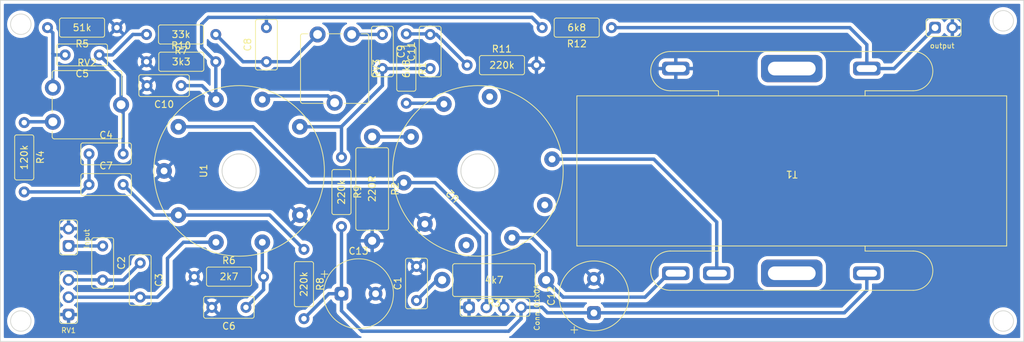
<source format=kicad_pcb>
(kicad_pcb (version 20211014) (generator pcbnew)
  (layers (0 "F.Cu" signal) (31 "B.Cu" signal) (34 "B.Paste" user) (35 "F.Paste" user) (36 "B.SilkS" user "B.Silkscreen") (37 "F.SilkS" user "F.Silkscreen") (38 "B.Mask" user) (39 "F.Mask" user) (44 "Edge.Cuts" user))
  (net 0 "")
  (net 1 "Net-(C2-Pad1)")
  (net 2 "Net-(C2-Pad2)")
  (net 3 "Net-(C3-Pad2)")
  (net 4 "Net-(C4-Pad1)")
  (net 5 "Net-(C4-Pad2)")
  (net 6 "Net-(C5-Pad2)")
  (net 7 "Net-(C6-Pad1)")
  (net 8 "Net-(C7-Pad2)")
  (net 9 "Net-(C8-Pad1)")
  (net 10 "Net-(C1-Pad1)")
  (net 11 "Net-(C10-Pad1)")
  (net 12 "Net-(C9-Pad1)")
  (net 13 "GND")
  (net 14 "Net-(C11-Pad1)")
  (net 15 "Net-(C11-Pad2)")
  (net 16 "Net-(R1-Pad2)")
  (net 17 "Net-(R2-Pad1)")
  (net 18 "Net-(R3-Pad1)")
  (net 19 "Net-(R4-Pad1)")
  (net 20 "240V")
  (net 21 "Left_output")
  (net 22 "Net-(T1-Pad2)")
  (net 23 "Net-(RV3-Pad2)")
  (net 24 "+6V")
  (footprint "spdf1626_lib:C_THT_K73-17_P5.00mm" (layer "F.Cu") (at 103 42.5)
    (fp_text reference "C4" (at 2.5 -2.75) (layer "F.SilkS"))
    (fp_text value "2200pF")
    (fp_line (start -0.9 -1.6) (end 5.9 -1.6) (layer "F.SilkS") (width 0.12))
    (fp_line (start 6.2 -1.3) (end 6.2 1.3) (layer "F.SilkS") (width 0.12))
    (fp_line (start -0.9 1.6) (end 5.9 1.6) (layer "F.SilkS") (width 0.12))
    (fp_line (start -1.2 -1.3) (end -1.2 1.3) (layer "F.SilkS") (width 0.12))
    (fp_arc (start 6.2 1.3) (mid 6.112132 1.512132) (end 5.9 1.6) (layer "F.SilkS") (width 0.12))
    (fp_arc (start -1.2 -1.3) (mid -1.112132 -1.512132) (end -0.9 -1.6) (layer "F.SilkS") (width 0.12))
    (fp_arc (start 5.9 -1.6) (mid 6.112132 -1.512132) (end 6.2 -1.3) (layer "F.SilkS") (width 0.12))
    (fp_arc (start -0.9 1.6) (mid -1.112132 1.512132) (end -1.2 1.3) (layer "F.SilkS") (width 0.12))
    (pad "1" thru_hole circle (at 0 0) (size 1.6 1.6) (drill 0.8) (layers *.Cu *.Mask) (net 4 "Net-(C4-Pad1)"))
    (pad "2" thru_hole circle (at 5 0) (size 1.6 1.6) (drill 0.8) (layers *.Cu *.Mask) (net 5 "Net-(C4-Pad2)"))
  )
  (footprint "spdf1626_lib:C_THT_K73-17_P5.00mm" (layer "F.Cu") (at 126 65 180)
    (fp_text reference "C6" (at 2.5 -2.75) (layer "F.SilkS"))
    (fp_text value "0,01uF")
    (fp_line (start 6.2 -1.3) (end 6.2 1.3) (layer "F.SilkS") (width 0.12))
    (fp_line (start -0.9 -1.6) (end 5.9 -1.6) (layer "F.SilkS") (width 0.12))
    (fp_line (start -0.9 1.6) (end 5.9 1.6) (layer "F.SilkS") (width 0.12))
    (fp_line (start -1.2 -1.3) (end -1.2 1.3) (layer "F.SilkS") (width 0.12))
    (fp_arc (start -1.2 -1.3) (mid -1.112132 -1.512132) (end -0.9 -1.6) (layer "F.SilkS") (width 0.12))
    (fp_arc (start -0.9 1.6) (mid -1.112132 1.512132) (end -1.2 1.3) (layer "F.SilkS") (width 0.12))
    (fp_arc (start 5.9 -1.6) (mid 6.112132 -1.512132) (end 6.2 -1.3) (layer "F.SilkS") (width 0.12))
    (fp_arc (start 6.2 1.3) (mid 6.112132 1.512132) (end 5.9 1.6) (layer "F.SilkS") (width 0.12))
    (pad "1" thru_hole circle (at 0 0 180) (size 1.6 1.6) (drill 0.8) (layers *.Cu *.Mask) (net 7 "Net-(C6-Pad1)"))
    (pad "2" thru_hole circle (at 5 0 180) (size 1.6 1.6) (drill 0.8) (layers *.Cu *.Mask) (net 13 "GND"))
  )
  (footprint "spdf1626_lib:R_THT_025W" (layer "F.Cu") (at 93.5 37.92 -90)
    (fp_text reference "R4" (at 5.08 -2.37 90) (layer "F.SilkS"))
    (fp_text value "120k" (at 5.1 0 90) (layer "F.SilkS"))
    (fp_line (start 1.8 -1.1) (end 1.8 1.1) (layer "F.SilkS") (width 0.12))
    (fp_line (start 2.1 1.4) (end 8.1 1.4) (layer "F.SilkS") (width 0.12))
    (fp_line (start 8.4 1.1) (end 8.4 -1.1) (layer "F.SilkS") (width 0.12))
    (fp_line (start 8.1 -1.4) (end 2.1 -1.4) (layer "F.SilkS") (width 0.12))
    (fp_arc (start 8.4 1.1) (mid 8.312132 1.312132) (end 8.1 1.4) (layer "F.SilkS") (width 0.12))
    (fp_arc (start 8.1 -1.4) (mid 8.312132 -1.312132) (end 8.4 -1.1) (layer "F.SilkS") (width 0.12))
    (fp_arc (start 2.1 1.4) (mid 1.887868 1.312132) (end 1.8 1.1) (layer "F.SilkS") (width 0.12))
    (fp_arc (start 1.8 -1.1) (mid 1.887868 -1.312132) (end 2.1 -1.4) (layer "F.SilkS") (width 0.12))
    (pad "1" thru_hole circle (at 0 0 270) (size 1.6 1.6) (drill 0.8) (layers *.Cu *.Mask) (net 19 "Net-(R4-Pad1)"))
    (pad "2" thru_hole oval (at 10.16 0 270) (size 1.6 1.6) (drill 0.8) (layers *.Cu *.Mask) (net 4 "Net-(C4-Pad1)"))
  )
  (footprint "spdf1626_lib:R_THT_025W" (layer "F.Cu") (at 158.42 29.5)
    (fp_text reference "R11" (at 5.08 -2.37) (layer "F.SilkS"))
    (fp_text value "220k" (at 5.1 0) (layer "F.SilkS"))
    (fp_line (start 2.1 1.4) (end 8.1 1.4) (layer "F.SilkS") (width 0.12))
    (fp_line (start 8.1 -1.4) (end 2.1 -1.4) (layer "F.SilkS") (width 0.12))
    (fp_line (start 1.8 -1.1) (end 1.8 1.1) (layer "F.SilkS") (width 0.12))
    (fp_line (start 8.4 1.1) (end 8.4 -1.1) (layer "F.SilkS") (width 0.12))
    (fp_arc (start 8.1 -1.4) (mid 8.312132 -1.312132) (end 8.4 -1.1) (layer "F.SilkS") (width 0.12))
    (fp_arc (start 1.8 -1.1) (mid 1.887868 -1.312132) (end 2.1 -1.4) (layer "F.SilkS") (width 0.12))
    (fp_arc (start 2.1 1.4) (mid 1.887868 1.312132) (end 1.8 1.1) (layer "F.SilkS") (width 0.12))
    (fp_arc (start 8.4 1.1) (mid 8.312132 1.312132) (end 8.1 1.4) (layer "F.SilkS") (width 0.12))
    (pad "1" thru_hole circle (at 0 0) (size 1.6 1.6) (drill 0.8) (layers *.Cu *.Mask) (net 15 "Net-(C11-Pad2)"))
    (pad "2" thru_hole oval (at 10.16 0) (size 1.6 1.6) (drill 0.8) (layers *.Cu *.Mask) (net 13 "GND"))
  )
  (footprint "spdf1626_lib:R_THT_025W" (layer "F.Cu") (at 121.58 25 180)
    (fp_text reference "R7" (at 5.08 -2.37) (layer "F.SilkS"))
    (fp_text value "33k" (at 5.1 0) (layer "F.SilkS"))
    (fp_line (start 1.8 -1.1) (end 1.8 1.1) (layer "F.SilkS") (width 0.12))
    (fp_line (start 8.1 -1.4) (end 2.1 -1.4) (layer "F.SilkS") (width 0.12))
    (fp_line (start 2.1 1.4) (end 8.1 1.4) (layer "F.SilkS") (width 0.12))
    (fp_line (start 8.4 1.1) (end 8.4 -1.1) (layer "F.SilkS") (width 0.12))
    (fp_arc (start 1.8 -1.1) (mid 1.887868 -1.312132) (end 2.1 -1.4) (layer "F.SilkS") (width 0.12))
    (fp_arc (start 2.1 1.4) (mid 1.887868 1.312132) (end 1.8 1.1) (layer "F.SilkS") (width 0.12))
    (fp_arc (start 8.1 -1.4) (mid 8.312132 -1.312132) (end 8.4 -1.1) (layer "F.SilkS") (width 0.12))
    (fp_arc (start 8.4 1.1) (mid 8.312132 1.312132) (end 8.1 1.4) (layer "F.SilkS") (width 0.12))
    (pad "1" thru_hole circle (at 0 0 180) (size 1.6 1.6) (drill 0.8) (layers *.Cu *.Mask) (net 9 "Net-(C8-Pad1)"))
    (pad "2" thru_hole oval (at 10.16 0 180) (size 1.6 1.6) (drill 0.8) (layers *.Cu *.Mask) (net 5 "Net-(C4-Pad2)"))
  )
  (footprint "spdf1626_lib:R_THT_025W" (layer "F.Cu") (at 111.42 29)
    (fp_text reference "R10" (at 5.08 -2.37) (layer "F.SilkS"))
    (fp_text value "3k3" (at 5.1 0) (layer "F.SilkS"))
    (fp_line (start 8.1 -1.4) (end 2.1 -1.4) (layer "F.SilkS") (width 0.12))
    (fp_line (start 2.1 1.4) (end 8.1 1.4) (layer "F.SilkS") (width 0.12))
    (fp_line (start 1.8 -1.1) (end 1.8 1.1) (layer "F.SilkS") (width 0.12))
    (fp_line (start 8.4 1.1) (end 8.4 -1.1) (layer "F.SilkS") (width 0.12))
    (fp_arc (start 2.1 1.4) (mid 1.887868 1.312132) (end 1.8 1.1) (layer "F.SilkS") (width 0.12))
    (fp_arc (start 8.4 1.1) (mid 8.312132 1.312132) (end 8.1 1.4) (layer "F.SilkS") (width 0.12))
    (fp_arc (start 8.1 -1.4) (mid 8.312132 -1.312132) (end 8.4 -1.1) (layer "F.SilkS") (width 0.12))
    (fp_arc (start 1.8 -1.1) (mid 1.887868 -1.312132) (end 2.1 -1.4) (layer "F.SilkS") (width 0.12))
    (pad "1" thru_hole circle (at 0 0) (size 1.6 1.6) (drill 0.8) (layers *.Cu *.Mask) (net 13 "GND"))
    (pad "2" thru_hole oval (at 10.16 0) (size 1.6 1.6) (drill 0.8) (layers *.Cu *.Mask) (net 11 "Net-(C10-Pad1)"))
  )
  (footprint "spdf1626_lib:9-pin_tube_socket" (layer "F.Cu") (at 160 45 135)
    (fp_text reference "U2" (at 0 -5.2 135 unlocked) (layer "F.SilkS"))
    (fp_text value "6P14P")
    (fp_circle (center 0 0) (end 12.5 0) (layer "F.SilkS") (width 0.12) (fill none))
    (fp_circle (center 0 0) (end 2.5 0) (layer "Edge.Cuts") (width 0.12) (fill none))
    (pad "1" thru_hole circle (at 6.47 8.9 135) (size 2.286 2.286) (drill 1) (layers *.Cu *.Mask))
    (pad "2" thru_hole circle (at 10.46 3.4 135) (size 2.286 2.286) (drill 1) (layers *.Cu *.Mask) (net 16 "Net-(R1-Pad2)"))
    (pad "3" thru_hole circle (at 10.46 -3.4 135) (size 2.286 2.286) (drill 1) (layers *.Cu *.Mask) (net 17 "Net-(R2-Pad1)"))
    (pad "4" thru_hole circle (at 6.47 -8.9 135) (size 2.286 2.286) (drill 1) (layers *.Cu *.Mask) (net 24 "+6V"))
    (pad "5" thru_hole circle (at 0 -11 135) (size 2.286 2.286) (drill 1) (layers *.Cu *.Mask) (net 13 "GND"))
    (pad "6" thru_hole circle (at -6.47 -8.9 135) (size 2.286 2.286) (drill 1) (layers *.Cu *.Mask))
    (pad "7" thru_hole circle (at -10.46 -3.4 135) (size 2.286 2.286) (drill 1) (layers *.Cu *.Mask) (net 18 "Net-(R3-Pad1)"))
    (pad "8" thru_hole circle (at -10.46 3.4 135) (size 2.286 2.286) (drill 1) (layers *.Cu *.Mask))
    (pad "9" thru_hole circle (at -6.47 8.9 135) (size 2.286 2.286) (drill 1) (layers *.Cu *.Mask) (net 22 "Net-(T1-Pad2)"))
  )
  (footprint "spdf1626_lib:R_THT_025W" (layer "F.Cu") (at 134.5 56.5 -90)
    (fp_text reference "R8" (at 5.08 -2.37 90) (layer "F.SilkS"))
    (fp_text value "220k" (at 5.1 0 90) (layer "F.SilkS"))
    (fp_line (start 1.8 -1.1) (end 1.8 1.1) (layer "F.SilkS") (width 0.12))
    (fp_line (start 8.4 1.1) (end 8.4 -1.1) (layer "F.SilkS") (width 0.12))
    (fp_line (start 2.1 1.4) (end 8.1 1.4) (layer "F.SilkS") (width 0.12))
    (fp_line (start 8.1 -1.4) (end 2.1 -1.4) (layer "F.SilkS") (width 0.12))
    (fp_arc (start 2.1 1.4) (mid 1.887868 1.312132) (end 1.8 1.1) (layer "F.SilkS") (width 0.12))
    (fp_arc (start 8.4 1.1) (mid 8.312132 1.312132) (end 8.1 1.4) (layer "F.SilkS") (width 0.12))
    (fp_arc (start 8.1 -1.4) (mid 8.312132 -1.312132) (end 8.4 -1.1) (layer "F.SilkS") (width 0.12))
    (fp_arc (start 1.8 -1.1) (mid 1.887868 -1.312132) (end 2.1 -1.4) (layer "F.SilkS") (width 0.12))
    (pad "1" thru_hole circle (at 0 0 270) (size 1.6 1.6) (drill 0.8) (layers *.Cu *.Mask) (net 8 "Net-(C7-Pad2)"))
    (pad "2" thru_hole oval (at 10.16 0 270) (size 1.6 1.6) (drill 0.8) (layers *.Cu *.Mask) (net 20 "240V"))
  )
  (footprint "spdf1626_lib:PinHeader_1x02_P2.54mm" (layer "F.Cu") (at 227 24 90)
    (fp_text reference "J4" hide)
    (fp_text value "output" (at -2.66 1.05) (layer "F.SilkS") (effects (font (size 0.75 0.75) (thickness 0.12))))
    (fp_line (start -1.3 3.5) (end -1.3 -1) (layer "F.SilkS") (width 0.12))
    (fp_line (start 1.3 -1) (end 1.3 3.5) (layer "F.SilkS") (width 0.12))
    (fp_line (start -1 -1.3) (end 1 -1.3) (layer "F.SilkS") (width 0.12))
    (fp_line (start 1 3.8) (end -1 3.8) (layer "F.SilkS") (width 0.12))
    (fp_arc (start -1.3 -1) (mid -1.212132 -1.212132) (end -1 -1.3) (layer "F.SilkS") (width 0.12))
    (fp_arc (start -1 3.8) (mid -1.212132 3.712132) (end -1.3 3.5) (layer "F.SilkS") (width 0.12))
    (fp_arc (start 1 -1.3) (mid 1.212132 -1.212132) (end 1.3 -1) (layer "F.SilkS") (width 0.12))
    (fp_arc (start 1.3 3.5) (mid 1.212132 3.712132) (end 1 3.8) (layer "F.SilkS") (width 0.12))
    (pad "1" thru_hole roundrect (at 0 0 90) (size 1.7 1.7) (drill 1) (layers *.Cu *.Mask) (net 21 "Left_output"))
    (pad "2" thru_hole oval (at 0 2.54 90) (size 1.7 1.7) (drill 1) (layers *.Cu *.Mask) (net 13 "GND"))
  )
  (footprint "spdf1626_lib:R_THT_025W" (layer "F.Cu") (at 140 43 -90)
    (fp_text reference "R9" (at 5.08 -2.37 -270) (layer "F.SilkS"))
    (fp_text value "220k" (at 5.1 0 -270) (layer "F.SilkS"))
    (fp_line (start 8.4 1.1) (end 8.4 -1.1) (layer "F.SilkS") (width 0.12))
    (fp_line (start 2.1 1.4) (end 8.1 1.4) (layer "F.SilkS") (width 0.12))
    (fp_line (start 1.8 -1.1) (end 1.8 1.1) (layer "F.SilkS") (width 0.12))
    (fp_line (start 8.1 -1.4) (end 2.1 -1.4) (layer "F.SilkS") (width 0.12))
    (fp_arc (start 1.8 -1.1) (mid 1.887868 -1.312132) (end 2.1 -1.4) (layer "F.SilkS") (width 0.12))
    (fp_arc (start 2.1 1.4) (mid 1.887868 1.312132) (end 1.8 1.1) (layer "F.SilkS") (width 0.12))
    (fp_arc (start 8.1 -1.4) (mid 8.312132 -1.312132) (end 8.4 -1.1) (layer "F.SilkS") (width 0.12))
    (fp_arc (start 8.4 1.1) (mid 8.312132 1.312132) (end 8.1 1.4) (layer "F.SilkS") (width 0.12))
    (pad "1" thru_hole circle (at 0 0 270) (size 1.6 1.6) (drill 0.8) (layers *.Cu *.Mask) (net 14 "Net-(C11-Pad1)"))
    (pad "2" thru_hole oval (at 10.16 0 270) (size 1.6 1.6) (drill 0.8) (layers *.Cu *.Mask) (net 20 "240V"))
  )
  (footprint "spdf1626_lib:C_THT_K73-17_P5.00mm" (layer "F.Cu") (at 146 25 -90)
    (fp_text reference "C9" (at 2.5 -2.75 -270) (layer "F.SilkS"))
    (fp_text value "5,6pF")
    (fp_line (start -0.9 1.6) (end 5.9 1.6) (layer "F.SilkS") (width 0.12))
    (fp_line (start 6.2 -1.3) (end 6.2 1.3) (layer "F.SilkS") (width 0.12))
    (fp_line (start -0.9 -1.6) (end 5.9 -1.6) (layer "F.SilkS") (width 0.12))
    (fp_line (start -1.2 -1.3) (end -1.2 1.3) (layer "F.SilkS") (width 0.12))
    (fp_arc (start 6.2 1.3) (mid 6.112132 1.512132) (end 5.9 1.6) (layer "F.SilkS") (width 0.12))
    (fp_arc (start -0.9 1.6) (mid -1.112132 1.512132) (end -1.2 1.3) (layer "F.SilkS") (width 0.12))
    (fp_arc (start 5.9 -1.6) (mid 6.112132 -1.512132) (end 6.2 -1.3) (layer "F.SilkS") (width 0.12))
    (fp_arc (start -1.2 -1.3) (mid -1.112132 -1.512132) (end -0.9 -1.6) (layer "F.SilkS") (width 0.12))
    (pad "1" thru_hole circle (at 0 0 270) (size 1.6 1.6) (drill 0.8) (layers *.Cu *.Mask) (net 12 "Net-(C9-Pad1)"))
    (pad "2" thru_hole circle (at 5 0 270) (size 1.6 1.6) (drill 0.8) (layers *.Cu *.Mask) (net 14 "Net-(C11-Pad1)"))
  )
  (footprint "spdf1626_lib:PinHeader_1x03_P2.54mm" (layer "F.Cu") (at 100 66.05 180)
    (fp_text reference "RV1" (at 0 -2.33) (layer "F.SilkS") (effects (font (size 0.75 0.75) (thickness 0.12))))
    (fp_text value "470k")
    (fp_line (start -1 -1.3) (end 1 -1.3) (layer "F.SilkS") (width 0.12))
    (fp_line (start 1 6.4) (end -1 6.4) (layer "F.SilkS") (width 0.12))
    (fp_line (start 1.3 -1) (end 1.3 6.1) (layer "F.SilkS") (width 0.12))
    (fp_line (start -1.3 6.1) (end -1.3 -1) (layer "F.SilkS") (width 0.12))
    (fp_arc (start -1.3 -1) (mid -1.212132 -1.212132) (end -1 -1.3) (layer "F.SilkS") (width 0.12))
    (fp_arc (start 1.3 6.1) (mid 1.212132 6.312132) (end 1 6.4) (layer "F.SilkS") (width 0.12))
    (fp_arc (start -1 6.4) (mid -1.212132 6.312132) (end -1.3 6.1) (layer "F.SilkS") (width 0.12))
    (fp_arc (start 1 -1.3) (mid 1.212132 -1.212132) (end 1.3 -1) (layer "F.SilkS") (width 0.12))
    (pad "1" thru_hole roundrect (at 0 0 180) (size 1.7 1.7) (drill 1) (layers *.Cu *.Mask) (net 13 "GND"))
    (pad "2" thru_hole oval (at 0 2.54 180) (size 1.7 1.7) (drill 1) (layers *.Cu *.Mask) (net 3 "Net-(C3-Pad2)"))
    (pad "3" thru_hole oval (at 0 5.08 180) (size 1.7 1.7) (drill 1) (layers *.Cu *.Mask) (net 2 "Net-(C2-Pad2)"))
  )
  (footprint "spdf1626_lib:C_THT_K73-17_P5.00mm" (layer "F.Cu") (at 105 56 -90)
    (fp_text reference "C2" (at 2.5 -2.75 90) (layer "F.SilkS"))
    (fp_text value "0,047uF")
    (fp_line (start -0.9 -1.6) (end 5.9 -1.6) (layer "F.SilkS") (width 0.12))
    (fp_line (start -1.2 -1.3) (end -1.2 1.3) (layer "F.SilkS") (width 0.12))
    (fp_line (start 6.2 -1.3) (end 6.2 1.3) (layer "F.SilkS") (width 0.12))
    (fp_line (start -0.9 1.6) (end 5.9 1.6) (layer "F.SilkS") (width 0.12))
    (fp_arc (start 6.2 1.3) (mid 6.112132 1.512132) (end 5.9 1.6) (layer "F.SilkS") (width 0.12))
    (fp_arc (start -0.9 1.6) (mid -1.112132 1.512132) (end -1.2 1.3) (layer "F.SilkS") (width 0.12))
    (fp_arc (start -1.2 -1.3) (mid -1.112132 -1.512132) (end -0.9 -1.6) (layer "F.SilkS") (width 0.12))
    (fp_arc (start 5.9 -1.6) (mid 6.112132 -1.512132) (end 6.2 -1.3) (layer "F.SilkS") (width 0.12))
    (pad "1" thru_hole circle (at 0 0 270) (size 1.6 1.6) (drill 0.8) (layers *.Cu *.Mask) (net 1 "Net-(C2-Pad1)"))
    (pad "2" thru_hole circle (at 5 0 270) (size 1.6 1.6) (drill 0.8) (layers *.Cu *.Mask) (net 2 "Net-(C2-Pad2)"))
  )
  (footprint "spdf1626_lib:PinHeader_1x02_P2.54mm" (layer "F.Cu") (at 100 56 180)
    (fp_text reference "J2" hide)
    (fp_text value "Input" (at -2.66 1.05 90) (layer "F.SilkS") (effects (font (size 0.75 0.75) (thickness 0.12))))
    (fp_line (start 1 3.8) (end -1 3.8) (layer "F.SilkS") (width 0.12))
    (fp_line (start -1 -1.3) (end 1 -1.3) (layer "F.SilkS") (width 0.12))
    (fp_line (start -1.3 3.5) (end -1.3 -1) (layer "F.SilkS") (width 0.12))
    (fp_line (start 1.3 -1) (end 1.3 3.5) (layer "F.SilkS") (width 0.12))
    (fp_arc (start 1 -1.3) (mid 1.212132 -1.212132) (end 1.3 -1) (layer "F.SilkS") (width 0.12))
    (fp_arc (start -1 3.8) (mid -1.212132 3.712132) (end -1.3 3.5) (layer "F.SilkS") (width 0.12))
    (fp_arc (start -1.3 -1) (mid -1.212132 -1.212132) (end -1 -1.3) (layer "F.SilkS") (width 0.12))
    (fp_arc (start 1.3 3.5) (mid 1.212132 3.712132) (end 1 3.8) (layer "F.SilkS") (width 0.12))
    (pad "1" thru_hole roundrect (at 0 0 180) (size 1.7 1.7) (drill 1) (layers *.Cu *.Mask) (net 1 "Net-(C2-Pad1)"))
    (pad "2" thru_hole oval (at 0 2.54 180) (size 1.7 1.7) (drill 1) (layers *.Cu *.Mask) (net 13 "GND"))
  )
  (footprint "spdf1626_lib:PinHeader_1x04_P2.54mm" (layer "F.Cu") (at 158.7 65 90)
    (fp_text reference "J3")
    (fp_text value "Conn_01x04" (at 0 9.95 90) (layer "F.SilkS") (effects (font (size 0.75 0.75) (thickness 0.12))))
    (fp_line (start 1 8.9) (end -1 8.9) (layer "F.SilkS") (width 0.12))
    (fp_line (start -1 -1.3) (end 1 -1.3) (layer "F.SilkS") (width 0.12))
    (fp_line (start 1.3 -1) (end 1.3 8.6) (layer "F.SilkS") (width 0.12))
    (fp_line (start -1.3 8.6) (end -1.3 -1) (layer "F.SilkS") (width 0.12))
    (fp_arc (start -1.3 -1) (mid -1.212132 -1.212132) (end -1 -1.3) (layer "F.SilkS") (width 0.12))
    (fp_arc (start 1 -1.3) (mid 1.212132 -1.212132) (end 1.3 -1) (layer "F.SilkS") (width 0.12))
    (fp_arc (start -1 8.9) (mid -1.212132 8.812132) (end -1.3 8.6) (layer "F.SilkS") (width 0.12))
    (fp_arc (start 1.3 8.6) (mid 1.212132 8.812132) (end 1 8.9) (layer "F.SilkS") (width 0.12))
    (pad "1" thru_hole roundrect (at 0 0 90) (size 1.7 1.7) (drill 1) (layers *.Cu *.Mask) (net 13 "GND"))
    (pad "2" thru_hole oval (at 0 2.54 90) (size 1.7 1.7) (drill 1) (layers *.Cu *.Mask) (net 24 "+6V"))
    (pad "3" thru_hole oval (at 0 5.08 90) (size 1.7 1.7) (drill 1) (layers *.Cu *.Mask) (net 13 "GND"))
    (pad "4" thru_hole oval (at 0 7.62 90) (size 1.7 1.7) (drill 1) (layers *.Cu *.Mask) (net 20 "240V"))
  )
  (footprint "spdf1626_lib:R_THT_025W" (layer "F.Cu") (at 149.5 24.92 -90)
    (fp_text reference "R1" (at 5.08 -2.37 90) (layer "F.SilkS"))
    (fp_text value "6k8" (at 5.1 0 90) (layer "F.SilkS"))
    (fp_line (start 8.1 -1.4) (end 2.1 -1.4) (layer "F.SilkS") (width 0.12))
    (fp_line (start 8.4 1.1) (end 8.4 -1.1) (layer "F.SilkS") (width 0.12))
    (fp_line (start 2.1 1.4) (end 8.1 1.4) (layer "F.SilkS") (width 0.12))
    (fp_line (start 1.8 -1.1) (end 1.8 1.1) (layer "F.SilkS") (width 0.12))
    (fp_arc (start 8.4 1.1) (mid 8.312132 1.312132) (end 8.1 1.4) (layer "F.SilkS") (width 0.12))
    (fp_arc (start 2.1 1.4) (mid 1.887868 1.312132) (end 1.8 1.1) (layer "F.SilkS") (width 0.12))
    (fp_arc (start 8.1 -1.4) (mid 8.312132 -1.312132) (end 8.4 -1.1) (layer "F.SilkS") (width 0.12))
    (fp_arc (start 1.8 -1.1) (mid 1.887868 -1.312132) (end 2.1 -1.4) (layer "F.SilkS") (width 0.12))
    (pad "1" thru_hole circle (at 0 0 270) (size 1.6 1.6) (drill 0.8) (layers *.Cu *.Mask) (net 15 "Net-(C11-Pad2)"))
    (pad "2" thru_hole oval (at 10.16 0 270) (size 1.6 1.6) (drill 0.8) (layers *.Cu *.Mask) (net 16 "Net-(R1-Pad2)"))
  )
  (footprint "spdf1626_lib:C_THT_K73-17_P5.00mm" (layer "F.Cu") (at 116.5 32.5 180)
    (fp_text reference "C10" (at 2.5 -2.75) (layer "F.SilkS"))
    (fp_text value "2200pF")
    (fp_line (start 6.2 -1.3) (end 6.2 1.3) (layer "F.SilkS") (width 0.12))
    (fp_line (start -1.2 -1.3) (end -1.2 1.3) (layer "F.SilkS") (width 0.12))
    (fp_line (start -0.9 -1.6) (end 5.9 -1.6) (layer "F.SilkS") (width 0.12))
    (fp_line (start -0.9 1.6) (end 5.9 1.6) (layer "F.SilkS") (width 0.12))
    (fp_arc (start 5.9 -1.6) (mid 6.112132 -1.512132) (end 6.2 -1.3) (layer "F.SilkS") (width 0.12))
    (fp_arc (start -0.9 1.6) (mid -1.112132 1.512132) (end -1.2 1.3) (layer "F.SilkS") (width 0.12))
    (fp_arc (start -1.2 -1.3) (mid -1.112132 -1.512132) (end -0.9 -1.6) (layer "F.SilkS") (width 0.12))
    (fp_arc (start 6.2 1.3) (mid 6.112132 1.512132) (end 5.9 1.6) (layer "F.SilkS") (width 0.12))
    (pad "1" thru_hole circle (at 0 0 180) (size 1.6 1.6) (drill 0.8) (layers *.Cu *.Mask) (net 11 "Net-(C10-Pad1)"))
    (pad "2" thru_hole circle (at 5 0 180) (size 1.6 1.6) (drill 0.8) (layers *.Cu *.Mask) (net 13 "GND"))
  )
  (footprint "spdf1626_lib:C_THT_K73-17_P5.00mm" (layer "F.Cu") (at 129 29 90)
    (fp_text reference "C8" (at 2.5 -2.75 90) (layer "F.SilkS"))
    (fp_text value "2200pF")
    (fp_line (start -0.9 -1.6) (end 5.9 -1.6) (layer "F.SilkS") (width 0.12))
    (fp_line (start -0.9 1.6) (end 5.9 1.6) (layer "F.SilkS") (width 0.12))
    (fp_line (start 6.2 -1.3) (end 6.2 1.3) (layer "F.SilkS") (width 0.12))
    (fp_line (start -1.2 -1.3) (end -1.2 1.3) (layer "F.SilkS") (width 0.12))
    (fp_arc (start 5.9 -1.6) (mid 6.112132 -1.512132) (end 6.2 -1.3) (layer "F.SilkS") (width 0.12))
    (fp_arc (start 6.2 1.3) (mid 6.112132 1.512132) (end 5.9 1.6) (layer "F.SilkS") (width 0.12))
    (fp_arc (start -0.9 1.6) (mid -1.112132 1.512132) (end -1.2 1.3) (layer "F.SilkS") (width 0.12))
    (fp_arc (start -1.2 -1.3) (mid -1.112132 -1.512132) (end -0.9 -1.6) (layer "F.SilkS") (width 0.12))
    (pad "1" thru_hole circle (at 0 0 90) (size 1.6 1.6) (drill 0.8) (layers *.Cu *.Mask) (net 9 "Net-(C8-Pad1)"))
    (pad "2" thru_hole circle (at 5 0 90) (size 1.6 1.6) (drill 0.8) (layers *.Cu *.Mask) (net 11 "Net-(C10-Pad1)"))
  )
  (footprint "spdf1626_lib:R_THT_025W" (layer "F.Cu") (at 118.420001 60.5)
    (fp_text reference "R6" (at 5.08 -2.37) (layer "F.SilkS"))
    (fp_text value "2k7" (at 5.1 0) (layer "F.SilkS"))
    (fp_line (start 8.1 -1.4) (end 2.1 -1.4) (layer "F.SilkS") (width 0.12))
    (fp_line (start 8.4 1.1) (end 8.4 -1.1) (layer "F.SilkS") (width 0.12))
    (fp_line (start 1.8 -1.1) (end 1.8 1.1) (layer "F.SilkS") (width 0.12))
    (fp_line (start 2.1 1.4) (end 8.1 1.4) (layer "F.SilkS") (width 0.12))
    (fp_arc (start 8.4 1.1) (mid 8.312132 1.312132) (end 8.1 1.4) (layer "F.SilkS") (width 0.12))
    (fp_arc (start 8.1 -1.4) (mid 8.312132 -1.312132) (end 8.4 -1.1) (layer "F.SilkS") (width 0.12))
    (fp_arc (start 2.1 1.4) (mid 1.887868 1.312132) (end 1.8 1.1) (layer "F.SilkS") (width 0.12))
    (fp_arc (start 1.8 -1.1) (mid 1.887868 -1.312132) (end 2.1 -1.4) (layer "F.SilkS") (width 0.12))
    (pad "1" thru_hole circle (at 0 0) (size 1.6 1.6) (drill 0.8) (layers *.Cu *.Mask) (net 13 "GND"))
    (pad "2" thru_hole oval (at 10.16 0) (size 1.6 1.6) (drill 0.8) (layers *.Cu *.Mask) (net 7 "Net-(C6-Pad1)"))
  )
  (footprint "spdf1626_lib:C_THT_K73-17_P5.00mm" (layer "F.Cu") (at 153 30 90)
    (fp_text reference "C11" (at 2.5 -2.75 90) (layer "F.SilkS"))
    (fp_text value "3300pF")
    (fp_line (start -0.9 1.6) (end 5.9 1.6) (layer "F.SilkS") (width 0.12))
    (fp_line (start 6.2 -1.3) (end 6.2 1.3) (layer "F.SilkS") (width 0.12))
    (fp_line (start -0.9 -1.6) (end 5.9 -1.6) (layer "F.SilkS") (width 0.12))
    (fp_line (start -1.2 -1.3) (end -1.2 1.3) (layer "F.SilkS") (width 0.12))
    (fp_arc (start 5.9 -1.6) (mid 6.112132 -1.512132) (end 6.2 -1.3) (layer "F.SilkS") (width 0.12))
    (fp_arc (start -1.2 -1.3) (mid -1.112132 -1.512132) (end -0.9 -1.6) (layer "F.SilkS") (width 0.12))
    (fp_arc (start 6.2 1.3) (mid 6.112132 1.512132) (end 5.9 1.6) (layer "F.SilkS") (width 0.12))
    (fp_arc (start -0.9 1.6) (mid -1.112132 1.512132) (end -1.2 1.3) (layer "F.SilkS") (width 0.12))
    (pad "1" thru_hole circle (at 0 0 90) (size 1.6 1.6) (drill 0.8) (layers *.Cu *.Mask) (net 14 "Net-(C11-Pad1)"))
    (pad "2" thru_hole circle (at 5 0 90) (size 1.6 1.6) (drill 0.8) (layers *.Cu *.Mask) (net 15 "Net-(C11-Pad2)"))
  )
  (footprint "spdf1626_lib:R_THT_1W" (layer "F.Cu") (at 170 61 180)
    (fp_text reference "R3" (at 7.62 -3.37) (layer "F.SilkS"))
    (fp_text value "4k7" (at 7.62 0) (layer "F.SilkS"))
    (fp_line (start 13.4 -2.4) (end 1.9 -2.4) (layer "F.SilkS") (width 0.12))
    (fp_line (start 1.6 -2.1) (end 1.6 2.1) (layer "F.SilkS") (width 0.12))
    (fp_line (start 13.7 2.1) (end 13.7 -2.1) (layer "F.SilkS") (width 0.12))
    (fp_line (start 1.9 2.4) (end 13.4 2.4) (layer "F.SilkS") (width 0.12))
    (fp_arc (start 1.9 2.4) (mid 1.687868 2.312132) (end 1.6 2.1) (layer "F.SilkS") (width 0.12))
    (fp_arc (start 1.6 -2.1) (mid 1.687868 -2.312132) (end 1.9 -2.4) (layer "F.SilkS") (width 0.12))
    (fp_arc (start 13.4 -2.4) (mid 13.612132 -2.312132) (end 13.7 -2.1) (layer "F.SilkS") (width 0.12))
    (fp_arc (start 13.7 2.1) (mid 13.612132 2.312132) (end 13.4 2.4) (layer "F.SilkS") (width 0.12))
    (pad "1" thru_hole circle (at 0 0 180) (size 2.4 2.4) (drill 1.2) (layers *.Cu *.Mask) (net 18 "Net-(R3-Pad1)"))
    (pad "2" thru_hole oval (at 15.24 0 180) (size 2.4 2.4) (drill 1.2) (layers *.Cu *.Mask) (net 10 "Net-(C1-Pad1)"))
  )
  (footprint "spdf1626_lib:Potentiometer_THT_CA9V" (layer "F.Cu") (at 136.5 25 -90)
    (fp_text reference "RV3" (at 5 -8.65 90) (layer "F.SilkS"))
    (fp_text value "1M")
    (fp_line (start 0.2 2.5) (end 9.8 2.5) (layer "F.SilkS") (width 0.12))
    (fp_line (start -0.1 -3.574) (end -0.1 -1.425) (layer "F.SilkS") (width 0.12))
    (fp_line (start -0.1 1.4) (end -0.1 2.2) (layer "F.SilkS") (width 0.12))
    (fp_line (start 10.1 -7.2) (end 10.1 -3.9) (layer "F.SilkS") (width 0.12))
    (fp_line (start 10.1 -1.1) (end 10.1 2.2) (layer "F.SilkS") (width 0.12))
    (fp_line (start -0.1 -7.2) (end -0.1 -6.4) (layer "F.SilkS") (width 0.12))
    (fp_line (start 0.2 -7.5) (end 9.8 -7.5) (layer "F.SilkS") (width 0.12))
    (fp_arc (start -0.1 -7.2) (mid -0.012132 -7.412132) (end 0.2 -7.5) (layer "F.SilkS") (width 0.12))
    (fp_arc (start 10.1 2.2) (mid 10.012132 2.412132) (end 9.8 2.5) (layer "F.SilkS") (width 0.12))
    (fp_arc (start 0.2 2.5) (mid -0.012132 2.412132) (end -0.1 2.2) (layer "F.SilkS") (width 0.12))
    (fp_arc (start 9.8 -7.5) (mid 10.012132 -7.412132) (end 10.1 -7.2) (layer "F.SilkS") (width 0.12))
    (pad "1" thru_hole circle (at 0 0 270) (size 2.34 2.34) (drill 1.3) (layers *.Cu *.Mask) (net 9 "Net-(C8-Pad1)"))
    (pad "2" thru_hole circle (at 10 -2.5 270) (size 2.34 2.34) (drill 1.3) (layers *.Cu *.Mask) (net 23 "Net-(RV3-Pad2)"))
    (pad "3" thru_hole circle (at 0 -5 270) (size 2.34 2.34) (drill 1.3) (layers *.Cu *.Mask) (net 12 "Net-(C9-Pad1)"))
  )
  (footprint "spdf1626_lib:9-pin_tube_socket" (layer "F.Cu") (at 125 45 90)
    (fp_text reference "U1" (at 0 -5.2 90 unlocked) (layer "F.SilkS"))
    (fp_text value "6N2P")
    (fp_circle (center 0 0) (end 12.5 0) (layer "F.SilkS") (width 0.12) (fill none))
    (fp_circle (center 0 0) (end 2.5 0) (layer "Edge.Cuts") (width 0.12) (fill none))
    (pad "1" thru_hole circle (at 6.47 8.9 90) (size 2.286 2.286) (drill 1) (layers *.Cu *.Mask) (net 14 "Net-(C11-Pad1)"))
    (pad "2" thru_hole circle (at 10.46 3.4 90) (size 2.286 2.286) (drill 1) (layers *.Cu *.Mask) (net 23 "Net-(RV3-Pad2)"))
    (pad "3" thru_hole circle (at 10.46 -3.4 90) (size 2.286 2.286) (drill 1) (layers *.Cu *.Mask) (net 11 "Net-(C10-Pad1)"))
    (pad "4" thru_hole circle (at 6.47 -8.9 90) (size 2.286 2.286) (drill 1) (layers *.Cu *.Mask) (net 24 "+6V"))
    (pad "5" thru_hole circle (at 0 -11 90) (size 2.286 2.286) (drill 1) (layers *.Cu *.Mask) (net 13 "GND"))
    (pad "6" thru_hole circle (at -6.47 -8.9 90) (size 2.286 2.286) (drill 1) (layers *.Cu *.Mask) (net 8 "Net-(C7-Pad2)"))
    (pad "7" thru_hole circle (at -10.46 -3.4 90) (size 2.286 2.286) (drill 1) (layers *.Cu *.Mask) (net 3 "Net-(C3-Pad2)"))
    (pad "8" thru_hole circle (at -10.46 3.4 90) (size 2.286 2.286) (drill 1) (layers *.Cu *.Mask) (net 7 "Net-(C6-Pad1)"))
    (pad "9" thru_hole circle (at -6.47 8.9 90) (size 2.286 2.286) (drill 1) (layers *.Cu *.Mask) (net 13 "GND"))
  )
  (footprint "spdf1626_lib:C_THT_K73-17_P5.00mm" (layer "F.Cu") (at 110.5 58.5 -90)
    (fp_text reference "C3" (at 2.5 -2.75 90) (layer "F.SilkS"))
    (fp_text value "27pF")
    (fp_line (start -0.9 -1.6) (end 5.9 -1.6) (layer "F.SilkS") (width 0.12))
    (fp_line (start 6.2 -1.3) (end 6.2 1.3) (layer "F.SilkS") (width 0.12))
    (fp_line (start -0.9 1.6) (end 5.9 1.6) (layer "F.SilkS") (width 0.12))
    (fp_line (start -1.2 -1.3) (end -1.2 1.3) (layer "F.SilkS") (width 0.12))
    (fp_arc (start 5.9 -1.6) (mid 6.112132 -1.512132) (end 6.2 -1.3) (layer "F.SilkS") (width 0.12))
    (fp_arc (start 6.2 1.3) (mid 6.112132 1.512132) (end 5.9 1.6) (layer "F.SilkS") (width 0.12))
    (fp_arc (start -1.2 -1.3) (mid -1.112132 -1.512132) (end -0.9 -1.6) (layer "F.SilkS") (width 0.12))
    (fp_arc (start -0.9 1.6) (mid -1.112132 1.512132) (end -1.2 1.3) (layer "F.SilkS") (width 0.12))
    (pad "1" thru_hole circle (at 0 0 270) (size 1.6 1.6) (drill 0.8) (layers *.Cu *.Mask) (net 2 "Net-(C2-Pad2)"))
    (pad "2" thru_hole circle (at 5 0 270) (size 1.6 1.6) (drill 0.8) (layers *.Cu *.Mask) (net 3 "Net-(C3-Pad2)"))
  )
  (footprint "spdf1626_lib:C_THT_D10.0mm_P5.00mm" (layer "F.Cu") (at 177 65.820177 90)
    (fp_text reference "C12" (at 2.5 -6.25 90) (layer "F.SilkS"))
    (fp_text value "10uF")
    (fp_line (start -2.979646 -2.875) (end -1.979646 -2.875) (layer "F.SilkS") (width 0.12))
    (fp_line (start -2.479646 -3.375) (end -2.479646 -2.375) (layer "F.SilkS") (width 0.12))
    (fp_circle (center 2.5 0) (end 7.62 0) (layer "F.SilkS") (width 0.12) (fill none))
    (pad "1" thru_hole roundrect (at 0 0 90) (size 2 2) (drill 1) (layers *.Cu *.Mask) (net 20 "240V"))
    (pad "2" thru_hole circle (at 5 0 90) (size 2 2) (drill 1) (layers *.Cu *.Mask) (net 13 "GND"))
  )
  (footprint "spdf1626_lib:R_THT_025W" (layer "F.Cu") (at 179.58 24 180)
    (fp_text reference "R12" (at 5.08 -2.37) (layer "F.SilkS"))
    (fp_text value "6k8" (at 5.1 0) (layer "F.SilkS"))
    (fp_line (start 2.1 1.4) (end 8.1 1.4) (layer "F.SilkS") (width 0.12))
    (fp_line (start 8.1 -1.4) (end 2.1 -1.4) (layer "F.SilkS") (width 0.12))
    (fp_line (start 1.8 -1.1) (end 1.8 1.1) (layer "F.SilkS") (width 0.12))
    (fp_line (start 8.4 1.1) (end 8.4 -1.1) (layer "F.SilkS") (width 0.12))
    (fp_arc (start 8.4 1.1) (mid 8.312132 1.312132) (end 8.1 1.4) (layer "F.SilkS") (width 0.12))
    (fp_arc (start 2.1 1.4) (mid 1.887868 1.312132) (end 1.8 1.1) (layer "F.SilkS") (width 0.12))
    (fp_arc (start 1.8 -1.1) (mid 1.887868 -1.312132) (end 2.1 -1.4) (layer "F.SilkS") (width 0.12))
    (fp_arc (start 8.1 -1.4) (mid 8.312132 -1.312132) (end 8.4 -1.1) (layer "F.SilkS") (width 0.12))
    (pad "1" thru_hole circle (at 0 0 180) (size 1.6 1.6) (drill 0.8) (layers *.Cu *.Mask) (net 21 "Left_output"))
    (pad "2" thru_hole oval (at 10.16 0 180) (size 1.6 1.6) (drill 0.8) (layers *.Cu *.Mask) (net 11 "Net-(C10-Pad1)"))
  )
  (footprint "spdf1626_lib:C_THT_K73-17_P5.00mm" (layer "F.Cu") (at 103 47)
    (fp_text reference "C7" (at 2.5 -2.75) (layer "F.SilkS"))
    (fp_text value "0,033uF")
    (fp_line (start -1.2 -1.3) (end -1.2 1.3) (layer "F.SilkS") (width 0.12))
    (fp_line (start -0.9 -1.6) (end 5.9 -1.6) (layer "F.SilkS") (width 0.12))
    (fp_line (start 6.2 -1.3) (end 6.2 1.3) (layer "F.SilkS") (width 0.12))
    (fp_line (start -0.9 1.6) (end 5.9 1.6) (layer "F.SilkS") (width 0.12))
    (fp_arc (start -1.2 -1.3) (mid -1.112132 -1.512132) (end -0.9 -1.6) (layer "F.SilkS") (width 0.12))
    (fp_arc (start -0.9 1.6) (mid -1.112132 1.512132) (end -1.2 1.3) (layer "F.SilkS") (width 0.12))
    (fp_arc (start 6.2 1.3) (mid 6.112132 1.512132) (end 5.9 1.6) (layer "F.SilkS") (width 0.12))
    (fp_arc (start 5.9 -1.6) (mid 6.112132 -1.512132) (end 6.2 -1.3) (layer "F.SilkS") (width 0.12))
    (pad "1" thru_hole circle (at 0 0) (size 1.6 1.6) (drill 0.8) (layers *.Cu *.Mask) (net 4 "Net-(C4-Pad1)"))
    (pad "2" thru_hole circle (at 5 0) (size 1.6 1.6) (drill 0.8) (layers *.Cu *.Mask) (net 8 "Net-(C7-Pad2)"))
  )
  (footprint "spdf1626_lib:C_THT_D10.0mm_P5.00mm" (layer "F.Cu") (at 140 63)
    (fp_text reference "C13" (at 2.5 -6.25) (layer "F.SilkS"))
    (fp_text value "10uF")
    (fp_line (start -2.479646 -3.375) (end -2.479646 -2.375) (layer "F.SilkS") (width 0.12))
    (fp_line (start -2.979646 -2.875) (end -1.979646 -2.875) (layer "F.SilkS") (width 0.12))
    (fp_circle (center 2.5 0) (end 7.62 0) (layer "F.SilkS") (width 0.12) (fill none))
    (pad "1" thru_hole roundrect (at 0 0) (size 2 2) (drill 1) (layers *.Cu *.Mask) (net 20 "240V"))
    (pad "2" thru_hole circle (at 5 0) (size 2 2) (drill 1) (layers *.Cu *.Mask) (net 13 "GND"))
  )
  (footprint "spdf1626_lib:Potentiometer_THT_CA9V" (layer "F.Cu") (at 97.7 37.8)
    (fp_text reference "RV2" (at 5 -8.65) (layer "F.SilkS"))
    (fp_text value "2,2M")
    (fp_line (start -0.1 -7.2) (end -0.1 -6.4) (layer "F.SilkS") (width 0.12))
    (fp_line (start -0.1 1.4) (end -0.1 2.2) (layer "F.SilkS") (width 0.12))
    (fp_line (start -0.1 -3.574) (end -0.1 -1.425) (layer "F.SilkS") (width 0.12))
    (fp_line (start 0.2 -7.5) (end 9.8 -7.5) (layer "F.SilkS") (width 0.12))
    (fp_line (start 10.1 -1.1) (end 10.1 2.2) (layer "F.SilkS") (width 0.12))
    (fp_line (start 10.1 -7.2) (end 10.1 -3.9) (layer "F.SilkS") (width 0.12))
    (fp_line (start 0.2 2.5) (end 9.8 2.5) (layer "F.SilkS") (width 0.12))
    (fp_arc (start 0.2 2.5) (mid -0.012132 2.412132) (end -0.1 2.2) (layer "F.SilkS") (width 0.12))
    (fp_arc (start -0.1 -7.2) (mid -0.012132 -7.412132) (end 0.2 -7.5) (layer "F.SilkS") (width 0.12))
    (fp_arc (start 10.1 2.2) (mid 10.012132 2.412132) (end 9.8 2.5) (layer "F.SilkS") (width 0.12))
    (fp_arc (start 9.8 -7.5) (mid 10.012132 -7.412132) (end 10.1 -7.2) (layer "F.SilkS") (width 0.12))
    (pad "1" thru_hole circle (at 0 0) (size 2.34 2.34) (drill 1.3) (layers *.Cu *.Mask) (net 19 "Net-(R4-Pad1)"))
    (pad "2" thru_hole circle (at 10 -2.5) (size 2.34 2.34) (drill 1.3) (layers *.Cu *.Mask) (net 5 "Net-(C4-Pad2)"))
    (pad "3" thru_hole circle (at 0 -5) (size 2.34 2.34) (drill 1.3) (layers *.Cu *.Mask) (net 6 "Net-(C5-Pad2)"))
  )
  (footprint "spdf1626_lib:C_THT_K73-17_P5.00mm" (layer "F.Cu") (at 104.5 28 180)
    (fp_text reference "C5" (at 2.5 -2.75) (layer "F.SilkS"))
    (fp_text value "4700pF")
    (fp_line (start -1.2 -1.3) (end -1.2 1.3) (layer "F.SilkS") (width 0.12))
    (fp_line (start 6.2 -1.3) (end 6.2 1.3) (layer "F.SilkS") (width 0.12))
    (fp_line (start -0.9 1.6) (end 5.9 1.6) (layer "F.SilkS") (width 0.12))
    (fp_line (start -0.9 -1.6) (end 5.9 -1.6) (layer "F.SilkS") (width 0.12))
    (fp_arc (start -0.9 1.6) (mid -1.112132 1.512132) (end -1.2 1.3) (layer "F.SilkS") (width 0.12))
    (fp_arc (start 5.9 -1.6) (mid 6.112132 -1.512132) (end 6.2 -1.3) (layer "F.SilkS") (width 0.12))
    (fp_arc (start -1.2 -1.3) (mid -1.112132 -1.512132) (end -0.9 -1.6) (layer "F.SilkS") (width 0.12))
    (fp_arc (start 6.2 1.3) (mid 6.112132 1.512132) (end 5.9 1.6) (layer "F.SilkS") (width 0.12))
    (pad "1" thru_hole circle (at 0 0 180) (size 1.6 1.6) (drill 0.8) (layers *.Cu *.Mask) (net 5 "Net-(C4-Pad2)"))
    (pad "2" thru_hole circle (at 5 0 180) (size 1.6 1.6) (drill 0.8) (layers *.Cu *.Mask) (net 6 "Net-(C5-Pad2)"))
  )
  (footprint "spdf1626_lib:R_THT_025W" (layer "F.Cu") (at 107.08 24 180)
    (fp_text reference "R5" (at 5.08 -2.37) (layer "F.SilkS"))
    (fp_text value "51k" (at 5.1 0) (layer "F.SilkS"))
    (fp_line (start 8.4 1.1) (end 8.4 -1.1) (layer "F.SilkS") (width 0.12))
    (fp_line (start 2.1 1.4) (end 8.1 1.4) (layer "F.SilkS") (width 0.12))
    (fp_line (start 8.1 -1.4) (end 2.1 -1.4) (layer "F.SilkS") (width 0.12))
    (fp_line (start 1.8 -1.1) (end 1.8 1.1) (layer "F.SilkS") (width 0.12))
    (fp_arc (start 1.8 -1.1) (mid 1.887868 -1.312132) (end 2.1 -1.4) (layer "F.SilkS") (width 0.12))
    (fp_arc (start 8.1 -1.4) (mid 8.312132 -1.312132) (end 8.4 -1.1) (layer "F.SilkS") (width 0.12))
    (fp_arc (start 8.4 1.1) (mid 8.312132 1.312132) (end 8.1 1.4) (layer "F.SilkS") (width 0.12))
    (fp_arc (start 2.1 1.4) (mid 1.887868 1.312132) (end 1.8 1.1) (layer "F.SilkS") (width 0.12))
    (pad "1" thru_hole circle (at 0 0 180) (size 1.6 1.6) (drill 0.8) (layers *.Cu *.Mask) (net 13 "GND"))
    (pad "2" thru_hole oval (at 10.16 0 180) (size 1.6 1.6) (drill 0.8) (layers *.Cu *.Mask) (net 6 "Net-(C5-Pad2)"))
  )
  (footprint "spdf1626_lib:R_THT_1W" (layer "F.Cu") (at 144.5 40 -90)
    (fp_text reference "R2" (at 7.62 -3.37 -270) (layer "F.SilkS"))
    (fp_text value "220R" (at 7.62 0 -270) (layer "F.SilkS"))
    (fp_line (start 13.4 -2.4) (end 1.9 -2.4) (layer "F.SilkS") (width 0.12))
    (fp_line (start 1.6 -2.1) (end 1.6 2.1) (layer "F.SilkS") (width 0.12))
    (fp_line (start 1.9 2.4) (end 13.4 2.4) (layer "F.SilkS") (width 0.12))
    (fp_line (start 13.7 2.1) (end 13.7 -2.1) (layer "F.SilkS") (width 0.12))
    (fp_arc (start 1.9 2.4) (mid 1.687868 2.312132) (end 1.6 2.1) (layer "F.SilkS") (width 0.12))
    (fp_arc (start 13.4 -2.4) (mid 13.612132 -2.312132) (end 13.7 -2.1) (layer "F.SilkS") (width 0.12))
    (fp_arc (start 13.7 2.1) (mid 13.612132 2.312132) (end 13.4 2.4) (layer "F.SilkS") (width 0.12))
    (fp_arc (start 1.6 -2.1) (mid 1.687868 -2.312132) (end 1.9 -2.4) (layer "F.SilkS") (width 0.12))
    (pad "1" thru_hole circle (at 0 0 270) (size 2.4 2.4) (drill 1.2) (layers *.Cu *.Mask) (net 17 "Net-(R2-Pad1)"))
    (pad "2" thru_hole oval (at 15.24 0 270) (size 2.4 2.4) (drill 1.2) (layers *.Cu *.Mask) (net 13 "GND"))
  )
  (footprint "spdf1626_lib:C_THT_K73-17_P5.00mm" (layer "F.Cu") (at 151 64 90)
    (fp_text reference "C1" (at 2.5 -2.75 90) (layer "F.SilkS"))
    (fp_text value "1500pF")
    (fp_line (start -1.2 -1.3) (end -1.2 1.3) (layer "F.SilkS") (width 0.12))
    (fp_line (start 6.2 -1.3) (end 6.2 1.3) (layer "F.SilkS") (width 0.12))
    (fp_line (start -0.9 -1.6) (end 5.9 -1.6) (layer "F.SilkS") (width 0.12))
    (fp_line (start -0.9 1.6) (end 5.9 1.6) (layer "F.SilkS") (width 0.12))
    (fp_arc (start -0.9 1.6) (mid -1.112132 1.512132) (end -1.2 1.3) (layer "F.SilkS") (width 0.12))
    (fp_arc (start -1.2 -1.3) (mid -1.112132 -1.512132) (end -0.9 -1.6) (layer "F.SilkS") (width 0.12))
    (fp_arc (start 5.9 -1.6) (mid 6.112132 -1.512132) (end 6.2 -1.3) (layer "F.SilkS") (width 0.12))
    (fp_arc (start 6.2 1.3) (mid 6.112132 1.512132) (end 5.9 1.6) (layer "F.SilkS") (width 0.12))
    (pad "1" thru_hole circle (at 0 0 90) (size 1.6 1.6) (drill 0.8) (layers *.Cu *.Mask) (net 10 "Net-(C1-Pad1)"))
    (pad "2" thru_hole circle (at 5 0 90) (size 1.6 1.6) (drill 0.8) (layers *.Cu *.Mask) (net 13 "GND"))
  )
  (footprint "spdf1626_lib:Output_transformer" (layer "F.Cu") (at 206 45 180)
    (fp_text reference "T1" (at 0 -0.5 180 unlocked) (layer "F.SilkS"))
    (fp_text value "Transformer_SP_1S")
    (fp_line (start 17.8 17.5) (end -17.8 17.5) (layer "F.SilkS") (width 0.12))
    (fp_line (start -17.8 11.75) (end -10.75 11.75) (layer "F.SilkS") (width 0.12))
    (fp_line (start 10.75 11.75) (end 17.8 11.75) (layer "F.SilkS") (width 0.12))
    (fp_line (start -17.8 -17.5) (end 17.8 -17.5) (layer "F.SilkS") (width 0.12))
    (fp_line (start 10.75 -11.75) (end 10.75 -11) (layer "F.SilkS") (width 0.12))
    (fp_line (start -31.5 -11) (end -31.5 11) (layer "F.SilkS") (width 0.12))
    (fp_line (start 31.5 -11) (end -31.5 -11) (layer "F.SilkS") (width 0.12))
    (fp_line (start 17.8 -11.75) (end 10.75 -11.75) (layer "F.SilkS") (width 0.12))
    (fp_line (start -10.75 -11.75) (end -10.75 -11) (layer "F.SilkS") (width 0.12))
    (fp_line (start 31.5 11) (end 31.5 -11) (layer "F.SilkS") (width 0.12))
    (fp_line (start -17.8 -11.75) (end -10.75 -11.75) (layer "F.SilkS") (width 0.12))
    (fp_line (start 10.75 11) (end 10.75 11.75) (layer "F.SilkS") (width 0.12))
    (fp_line (start -10.75 11) (end -10.75 11.75) (layer "F.SilkS") (width 0.12))
    (fp_line (start -31.5 11) (end 31.5 11) (layer "F.SilkS") (width 0.12))
    (fp_arc (start 17.8 11.75) (mid 20.67751 14.625) (end 17.8 17.5) (layer "F.SilkS") (width 0.12))
    (fp_arc (start -17.8 -11.75) (mid -20.67751 -14.625) (end -17.8 -17.5) (layer "F.SilkS") (width 0.12))
    (fp_arc (start -17.8 17.5) (mid -20.67751 14.625) (end -17.8 11.75) (layer "F.SilkS") (width 0.12))
    (fp_arc (start 17.8 -17.5) (mid 20.67751 -14.625) (end 17.8 -11.75) (layer "F.SilkS") (width 0.12))
    (pad "" thru_hole roundrect (at 0 -15 180) (size 9 4) (drill oval 7 2) (layers *.Cu *.Mask))
    (pad "" thru_hole roundrect (at 0 15 180) (size 9 4) (drill oval 7 2) (layers *.Cu *.Mask))
    (pad "1" thru_hole roundrect (at 17 -15 180) (size 4 2) (drill oval 3 1) (layers *.Cu *.Mask) (net 18 "Net-(R3-Pad1)"))
    (pad "2" thru_hole roundrect (at 11 -15 180) (size 4 2) (drill oval 3 1) (layers *.Cu *.Mask) (net 22 "Net-(T1-Pad2)"))
    (pad "3" thru_hole roundrect (at -11 -15 180) (size 4 2) (drill oval 3 1) (layers *.Cu *.Mask) (net 20 "240V"))
    (pad "4" thru_hole roundrect (at -11 15 180) (size 4 2) (drill oval 3 1) (layers *.Cu *.Mask) (net 21 "Left_output"))
    (pad "5" thru_hole roundrect (at 17 15 180) (size 4 2) (drill oval 3 1) (layers *.Cu *.Mask) (net 13 "GND"))
  )
  (gr_line (start 240 20) (end 90 20) (layer "Edge.Cuts") (width 0.1))
  (gr_line (start 90 70) (end 240 70) (layer "Edge.Cuts") (width 0.1))
  (gr_circle (center 237 67) (end 238.5 67) (layer "Edge.Cuts") (width 0.1) (fill none))
  (gr_circle (center 93 23.5) (end 93 22) (layer "Edge.Cuts") (width 0.1) (fill none))
  (gr_circle (center 237 23) (end 238.5 23) (layer "Edge.Cuts") (width 0.1) (fill none))
  (gr_circle (center 93 67) (end 93 65.5) (layer "Edge.Cuts") (width 0.1) (fill none))
  (gr_line (start 240 70) (end 240 20) (layer "Edge.Cuts") (width 0.1))
  (gr_line (start 90 20) (end 90 70) (layer "Edge.Cuts") (width 0.1))
  (segment (start 105 56) (end 100 56) (width 0.5) (layer "B.Cu") (net 1))
  (segment (start 104.97 60.97) (end 105 61) (width 0.5) (layer "B.Cu") (net 2))
  (segment (start 100 60.97) (end 104.97 60.97) (width 0.5) (layer "B.Cu") (net 2))
  (segment (start 105 61) (end 108 61) (width 0.5) (layer "B.Cu") (net 2))
  (segment (start 108 61) (end 110.5 58.5) (width 0.5) (layer "B.Cu") (net 2))
  (segment (start 110.5 63.5) (end 113 63.5) (width 0.5) (layer "B.Cu") (net 3))
  (segment (start 114.5 62) (end 114.5 57.8) (width 0.5) (layer "B.Cu") (net 3))
  (segment (start 100 63.51) (end 110.49 63.51) (width 0.5) (layer "B.Cu") (net 3))
  (segment (start 113 63.5) (end 114.5 62) (width 0.5) (layer "B.Cu") (net 3))
  (segment (start 110.49 63.51) (end 110.5 63.5) (width 0.5) (layer "B.Cu") (net 3))
  (segment (start 116.84 55.46) (end 121.6 55.46) (width 0.5) (layer "B.Cu") (net 3))
  (segment (start 114.5 57.8) (end 116.84 55.46) (width 0.5) (layer "B.Cu") (net 3))
  (segment (start 103 42.5) (end 103 47) (width 0.5) (layer "B.Cu") (net 4))
  (segment (start 101.92 48.08) (end 103 47) (width 0.5) (layer "B.Cu") (net 4))
  (segment (start 93.5 48.08) (end 101.92 48.08) (width 0.5) (layer "B.Cu") (net 4))
  (segment (start 107.7 31.2) (end 104.5 28) (width 0.5) (layer "B.Cu") (net 5))
  (segment (start 106.42 28) (end 109.42 25) (width 0.5) (layer "B.Cu") (net 5))
  (segment (start 104.5 28) (end 106.42 28) (width 0.5) (layer "B.Cu") (net 5))
  (segment (start 108 42.5) (end 108 35.6) (width 0.5) (layer "B.Cu") (net 5))
  (segment (start 107.7 35.3) (end 107.7 31.2) (width 0.5) (layer "B.Cu") (net 5))
  (segment (start 107.84 35.16) (end 107.7 35.3) (width 0.5) (layer "B.Cu") (net 5))
  (segment (start 109.42 25) (end 111.42 25) (width 0.5) (layer "B.Cu") (net 5))
  (segment (start 108 35.6) (end 107.7 35.3) (width 0.5) (layer "B.Cu") (net 5))
  (segment (start 99.5 28) (end 97.9 28) (width 0.5) (layer "B.Cu") (net 6))
  (segment (start 97.9 28) (end 97.7 27.8) (width 0.5) (layer "B.Cu") (net 6))
  (segment (start 97.7 27.8) (end 97.7 24.78) (width 0.5) (layer "B.Cu") (net 6))
  (segment (start 97.7 32.8) (end 97.7 27.8) (width 0.5) (layer "B.Cu") (net 6))
  (segment (start 97.7 24.78) (end 96.92 24) (width 0.5) (layer "B.Cu") (net 6))
  (segment (start 128.4 60.319999) (end 128.580001 60.5) (width 0.5) (layer "B.Cu") (net 7))
  (segment (start 128.580001 60.5) (end 128.580001 62.419999) (width 0.5) (layer "B.Cu") (net 7))
  (segment (start 128.580001 62.419999) (end 126 65) (width 0.5) (layer "B.Cu") (net 7))
  (segment (start 128.4 55.46) (end 128.4 60.319999) (width 0.5) (layer "B.Cu") (net 7))
  (segment (start 116.1 51.47) (end 112.47 51.47) (width 0.5) (layer "B.Cu") (net 8))
  (segment (start 129.47 51.47) (end 134.5 56.5) (width 0.5) (layer "B.Cu") (net 8))
  (segment (start 112.47 51.47) (end 108 47) (width 0.5) (layer "B.Cu") (net 8))
  (segment (start 116.1 51.47) (end 129.47 51.47) (width 0.5) (layer "B.Cu") (net 8))
  (segment (start 132.5 29) (end 125.58 29) (width 0.5) (layer "B.Cu") (net 9))
  (segment (start 136.5 25) (end 132.5 29) (width 0.5) (layer "B.Cu") (net 9))
  (segment (start 125.58 29) (end 121.58 25) (width 0.5) (layer "B.Cu") (net 9))
  (segment (start 154 61) (end 154.76 61) (width 0.5) (layer "B.Cu") (net 10))
  (segment (start 151 64) (end 154 61) (width 0.5) (layer "B.Cu") (net 10))
  (segment (start 167.92 22.5) (end 129 22.5) (width 0.5) (layer "B.Cu") (net 11))
  (segment (start 129 22.5) (end 120.5 22.5) (width 0.5) (layer "B.Cu") (net 11))
  (segment (start 119.5 26.92) (end 121.58 29) (width 0.5) (layer "B.Cu") (net 11))
  (segment (start 129 24) (end 129 22.5) (width 0.5) (layer "B.Cu") (net 11))
  (segment (start 119.56 32.5) (end 121.6 34.54) (width 0.5) (layer "B.Cu") (net 11))
  (segment (start 169.42 24) (end 167.92 22.5) (width 0.5) (layer "B.Cu") (net 11))
  (segment (start 121.58 29) (end 121.58 34.52) (width 0.5) (layer "B.Cu") (net 11))
  (segment (start 120.5 22.5) (end 119.5 23.5) (width 0.5) (layer "B.Cu") (net 11))
  (segment (start 119.5 23.5) (end 119.5 26.92) (width 0.5) (layer "B.Cu") (net 11))
  (segment (start 121.58 34.52) (end 121.6 34.54) (width 0.5) (layer "B.Cu") (net 11))
  (segment (start 116.5 32.5) (end 119.56 32.5) (width 0.5) (layer "B.Cu") (net 11))
  (segment (start 141.5 25) (end 146 25) (width 0.5) (layer "B.Cu") (net 12))
  (segment (start 133.9 38.53) (end 139.97 38.53) (width 0.5) (layer "B.Cu") (net 14))
  (segment (start 140 43) (end 140 38.56) (width 0.5) (layer "B.Cu") (net 14))
  (segment (start 139.97 38.53) (end 146 32.5) (width 0.5) (layer "B.Cu") (net 14))
  (segment (start 153 30) (end 146 30) (width 0.5) (layer "B.Cu") (net 14))
  (segment (start 146 32.5) (end 146 30) (width 0.5) (layer "B.Cu") (net 14))
  (segment (start 140 38.56) (end 139.97 38.53) (width 0.5) (layer "B.Cu") (net 14))
  (segment (start 153 25) (end 153.92 25) (width 0.5) (layer "B.Cu") (net 15))
  (segment (start 152.92 24.92) (end 153 25) (width 0.5) (layer "B.Cu") (net 15))
  (segment (start 149.5 24.92) (end 152.92 24.92) (width 0.5) (layer "B.Cu") (net 15))
  (segment (start 153.92 25) (end 158.42 29.5) (width 0.5) (layer "B.Cu") (net 15))
  (segment (start 149.5 35.08) (end 154.888326 35.08) (width 0.5) (layer "B.Cu") (net 16))
  (segment (start 154.888326 35.08) (end 155.007826 35.1995) (width 0.5) (layer "B.Cu") (net 16))
  (segment (start 144.507826 40.007826) (end 144.5 40) (width 0.5) (layer "B.Cu") (net 17))
  (segment (start 150.1995 40.007826) (end 144.507826 40.007826) (width 0.5) (layer "B.Cu") (net 17))
  (segment (start 188 60) (end 189 60) (width 0.5) (layer "B.Cu") (net 18))
  (segment (start 172.5 63.5) (end 184.5 63.5) (width 0.5) (layer "B.Cu") (net 18))
  (segment (start 167.9205 54.8005) (end 170 56.88) (width 0.5) (layer "B.Cu") (net 18))
  (segment (start 170 56.88) (end 170 61) (width 0.5) (layer "B.Cu") (net 18))
  (segment (start 170 61) (end 172.5 63.5) (width 0.5) (layer "B.Cu") (net 18))
  (segment (start 164.992174 54.8005) (end 167.9205 54.8005) (width 0.5) (layer "B.Cu") (net 18))
  (segment (start 184.5 63.5) (end 188 60) (width 0.5) (layer "B.Cu") (net 18))
  (segment (start 93.62 37.8) (end 93.5 37.92) (width 0.5) (layer "B.Cu") (net 19))
  (segment (start 97.7 37.8) (end 93.62 37.8) (width 0.5) (layer "B.Cu") (net 19))
  (segment (start 143 68.5) (end 164 68.5) (width 0.5) (layer "B.Cu") (net 20))
  (segment (start 164.5 68.5) (end 164 68.5) (width 0.5) (layer "B.Cu") (net 20))
  (segment (start 166.32 65) (end 169.4 65) (width 0.5) (layer "B.Cu") (net 20))
  (segment (start 213.7 65.8) (end 217 62.5) (width 0.5) (layer "B.Cu") (net 20))
  (segment (start 166.32 65) (end 166.32 66.68) (width 0.5) (layer "B.Cu") (net 20))
  (segment (start 140 63) (end 138.16 63) (width 0.5) (layer "B.Cu") (net 20))
  (segment (start 140 53.16) (end 139.7 53.46) (width 0.5) (layer "B.Cu") (net 20))
  (segment (start 166.32 66.68) (end 164.5 68.5) (width 0.5) (layer "B.Cu") (net 20))
  (segment (start 217 62.5) (end 217 60) (width 0.5) (layer "B.Cu") (net 20))
  (segment (start 140 65.5) (end 143 68.5) (width 0.5) (layer "B.Cu") (net 20))
  (segment (start 140 53.16) (end 140 63) (width 0.5) (layer "B.Cu") (net 20))
  (segment (start 140 63) (end 140 65.5) (width 0.5) (layer "B.Cu") (net 20))
  (segment (start 138.16 63) (end 134.5 66.66) (width 0.5) (layer "B.Cu") (net 20))
  (segment (start 169.4 65) (end 170.2 65.8) (width 0.5) (layer "B.Cu") (net 20))
  (segment (start 170.2 65.8) (end 213.7 65.8) (width 0.5) (layer "B.Cu") (net 20))
  (segment (start 217 30) (end 221 30) (width 0.5) (layer "B.Cu") (net 21))
  (segment (start 217 26.5) (end 217 30) (width 0.5) (layer "B.Cu") (net 21))
  (segment (start 179.58 24) (end 214.5 24) (width 0.5) (layer "B.Cu") (net 21))
  (segment (start 221 30) (end 227 24) (width 0.5) (layer "B.Cu") (net 21))
  (segment (start 214.5 24) (end 217 26.5) (width 0.5) (layer "B.Cu") (net 21))
  (segment (start 195 52.5) (end 195 60) (width 0.5) (layer "B.Cu") (net 22))
  (segment (start 185.781731 43.281731) (end 195 52.5) (width 0.5) (layer "B.Cu") (net 22))
  (segment (start 170.868231 43.281731) (end 185.781731 43.281731) (width 0.5) (layer "B.Cu") (net 22))
  (segment (start 138 34) (end 128.94 34) (width 0.5) (layer "B.Cu") (net 23))
  (segment (start 128.94 34) (end 128.4 34.54) (width 0.5) (layer "B.Cu") (net 23))
  (segment (start 139 35) (end 138 34) (width 0.5) (layer "B.Cu") (net 23))
  (segment (start 161.24 54.24) (end 153.718269 46.718269) (width 0.5) (layer "B.Cu") (net 24))
  (segment (start 127.03 38.53) (end 116.1 38.53) (width 0.5) (layer "B.Cu") (net 24))
  (segment (start 161.24 65) (end 161.24 54.24) (width 0.5) (layer "B.Cu") (net 24))
  (segment (start 138.718269 46.718269) (end 135.218269 46.718269) (width 0.5) (layer "B.Cu") (net 24))
  (segment (start 142 46.718269) (end 138.718269 46.718269) (width 0.5) (layer "B.Cu") (net 24))
  (segment (start 153.718269 46.718269) (end 149.131769 46.718269) (width 0.5) (layer "B.Cu") (net 24))
  (segment (start 135.218269 46.718269) (end 127.03 38.53) (width 0.5) (layer "B.Cu") (net 24))
  (segment (start 149.131769 46.718269) (end 138.718269 46.718269) (width 0.5) (layer "B.Cu") (net 24))
  (zone (net 13) (net_name "GND") (layer "B.Cu") (connect_pads (clearance 0.508)) (min_thickness 0.254) (fill yes (thermal_gap 0.508) (thermal_bridge_width 0.508) (smoothing fillet) (radius 1))
    (polygon (pts (xy 240 70) (xy 90 70) (xy 90 20) (xy 240 20)))
  )
)
</source>
